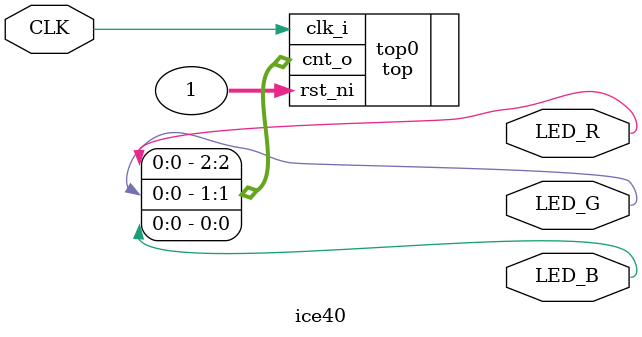
<source format=sv>
`timescale 1ns / 1ps
`default_nettype none

module ice40 (
    input CLK,
    output LED_R,
    output LED_G,
    output LED_B
);

    top top0 (
        .clk_i(CLK),
        .rst_ni(1),
        .cnt_o({ LED_R, LED_G, LED_B }),
    );

endmodule

</source>
